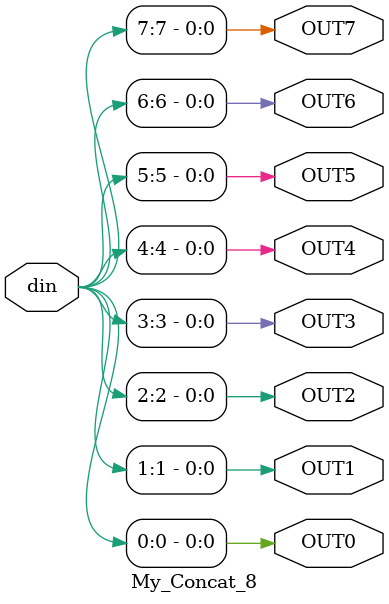
<source format=v>
module My_Concat_8#(
       parameter integer SIGNAL_IN_NUM = 8
)
(   
       output  wire                      OUT0,
       output  wire                      OUT1,
       output  wire                      OUT2,
       output  wire                      OUT3,
       output  wire                      OUT4,
       output  wire                      OUT5,
       output  wire                      OUT6,
       output  wire                      OUT7,
       input wire [SIGNAL_IN_NUM-1:0] din
    );
    
    assign  {OUT7,OUT6,OUT5,OUT4,OUT3,OUT2,OUT1,OUT0}= din;
    
endmodule

</source>
